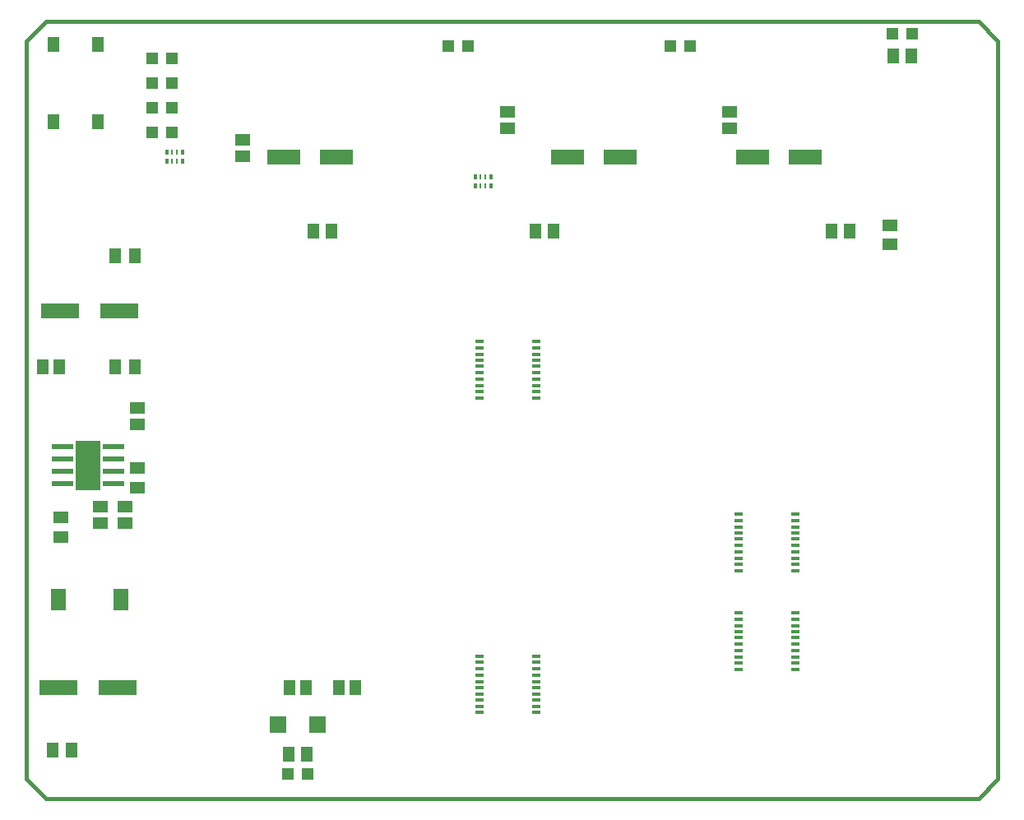
<source format=gtp>
G75*
%MOIN*%
%OFA0B0*%
%FSLAX25Y25*%
%IPPOS*%
%LPD*%
%AMOC8*
5,1,8,0,0,1.08239X$1,22.5*
%
%ADD10C,0.01600*%
%ADD11R,0.04724X0.04724*%
%ADD12R,0.05118X0.05906*%
%ADD13R,0.05906X0.05118*%
%ADD14R,0.13780X0.06299*%
%ADD15R,0.05118X0.06102*%
%ADD16R,0.08661X0.02362*%
%ADD17R,0.10000X0.20000*%
%ADD18R,0.06299X0.05118*%
%ADD19R,0.05118X0.06299*%
%ADD20R,0.15748X0.06299*%
%ADD21R,0.06299X0.08661*%
%ADD22R,0.03543X0.01378*%
%ADD23R,0.07087X0.06693*%
%ADD24R,0.01496X0.01969*%
%ADD25R,0.00984X0.01969*%
D10*
X0016500Y0009674D02*
X0024374Y0001800D01*
X0402327Y0001800D01*
X0410201Y0009674D01*
X0410201Y0308887D01*
X0402327Y0316761D01*
X0024374Y0316761D01*
X0016500Y0308887D01*
X0016500Y0308800D02*
X0016500Y0009800D01*
D11*
X0122366Y0011800D03*
X0130634Y0011800D03*
X0075634Y0271800D03*
X0067366Y0271800D03*
X0067366Y0281800D03*
X0075634Y0281800D03*
X0075634Y0291800D03*
X0067366Y0291800D03*
X0067366Y0301800D03*
X0075634Y0301800D03*
X0187366Y0306800D03*
X0195634Y0306800D03*
X0277366Y0306800D03*
X0285634Y0306800D03*
X0367366Y0311800D03*
X0375634Y0311800D03*
D12*
X0375240Y0302800D03*
X0367760Y0302800D03*
X0350240Y0231800D03*
X0342760Y0231800D03*
X0230240Y0231800D03*
X0222760Y0231800D03*
X0140240Y0231800D03*
X0132760Y0231800D03*
X0029846Y0176800D03*
X0023154Y0176800D03*
X0123154Y0046800D03*
X0129846Y0046800D03*
X0143154Y0046800D03*
X0149846Y0046800D03*
X0130240Y0019800D03*
X0122760Y0019800D03*
D13*
X0056500Y0113454D03*
X0056500Y0120146D03*
X0046500Y0120146D03*
X0046500Y0113454D03*
X0061500Y0153454D03*
X0061500Y0160146D03*
X0104000Y0261954D03*
X0104000Y0268646D03*
X0211500Y0273454D03*
X0211500Y0280146D03*
X0301500Y0280146D03*
X0301500Y0273454D03*
X0366500Y0234040D03*
X0366500Y0226560D03*
D14*
X0332130Y0261800D03*
X0310870Y0261800D03*
X0257130Y0261800D03*
X0235870Y0261800D03*
X0142130Y0261800D03*
X0120870Y0261800D03*
D15*
X0045358Y0276150D03*
X0027642Y0276150D03*
X0027642Y0307450D03*
X0045358Y0307450D03*
D16*
X0051736Y0144300D03*
X0051736Y0139300D03*
X0051736Y0134300D03*
X0051736Y0129300D03*
X0031264Y0129300D03*
X0031264Y0134300D03*
X0031264Y0139300D03*
X0031264Y0144300D03*
D17*
X0041500Y0136800D03*
D18*
X0061500Y0135737D03*
X0061500Y0127863D03*
X0030500Y0115737D03*
X0030500Y0107863D03*
D19*
X0052563Y0176800D03*
X0060437Y0176800D03*
X0060437Y0221800D03*
X0052563Y0221800D03*
X0034937Y0021300D03*
X0027063Y0021300D03*
D20*
X0029492Y0046800D03*
X0053508Y0046800D03*
X0054020Y0199438D03*
X0030004Y0199438D03*
D21*
X0029492Y0082312D03*
X0054689Y0082312D03*
D22*
X0199984Y0059477D03*
X0199984Y0056918D03*
X0199984Y0054359D03*
X0199984Y0051800D03*
X0199984Y0049241D03*
X0199984Y0046682D03*
X0199984Y0044123D03*
X0199984Y0041741D03*
X0199984Y0039182D03*
X0199984Y0036623D03*
X0223016Y0036623D03*
X0223016Y0039182D03*
X0223016Y0041741D03*
X0223016Y0044123D03*
X0223016Y0046682D03*
X0223016Y0049241D03*
X0223016Y0051800D03*
X0223016Y0054359D03*
X0223016Y0056918D03*
X0223016Y0059477D03*
X0304984Y0059241D03*
X0304984Y0061800D03*
X0304984Y0064359D03*
X0304984Y0066918D03*
X0304984Y0069477D03*
X0304984Y0071859D03*
X0304984Y0074418D03*
X0304984Y0076977D03*
X0304984Y0094123D03*
X0304984Y0096682D03*
X0304984Y0099241D03*
X0304984Y0101800D03*
X0304984Y0104359D03*
X0304984Y0106918D03*
X0304984Y0109477D03*
X0304984Y0111859D03*
X0304984Y0114418D03*
X0304984Y0116977D03*
X0328016Y0116977D03*
X0328016Y0114418D03*
X0328016Y0111859D03*
X0328016Y0109477D03*
X0328016Y0106918D03*
X0328016Y0104359D03*
X0328016Y0101800D03*
X0328016Y0099241D03*
X0328016Y0096682D03*
X0328016Y0094123D03*
X0328016Y0076977D03*
X0328016Y0074418D03*
X0328016Y0071859D03*
X0328016Y0069477D03*
X0328016Y0066918D03*
X0328016Y0064359D03*
X0328016Y0061800D03*
X0328016Y0059241D03*
X0328016Y0056682D03*
X0328016Y0054123D03*
X0304984Y0054123D03*
X0304984Y0056682D03*
X0223016Y0164123D03*
X0223016Y0166682D03*
X0223016Y0169241D03*
X0223016Y0171800D03*
X0223016Y0174359D03*
X0223016Y0176918D03*
X0223016Y0179477D03*
X0223016Y0181859D03*
X0223016Y0184418D03*
X0223016Y0186977D03*
X0199984Y0186977D03*
X0199984Y0184418D03*
X0199984Y0181859D03*
X0199984Y0179477D03*
X0199984Y0176918D03*
X0199984Y0174359D03*
X0199984Y0171800D03*
X0199984Y0169241D03*
X0199984Y0166682D03*
X0199984Y0164123D03*
D23*
X0134571Y0031800D03*
X0118429Y0031800D03*
D24*
X0198350Y0249930D03*
X0198350Y0253670D03*
X0204650Y0253670D03*
X0204650Y0249930D03*
X0079650Y0259930D03*
X0079650Y0263670D03*
X0073350Y0263670D03*
X0073350Y0259930D03*
D25*
X0075516Y0259930D03*
X0077484Y0259930D03*
X0077484Y0263670D03*
X0075516Y0263670D03*
X0200516Y0253670D03*
X0202484Y0253670D03*
X0202484Y0249930D03*
X0200516Y0249930D03*
M02*

</source>
